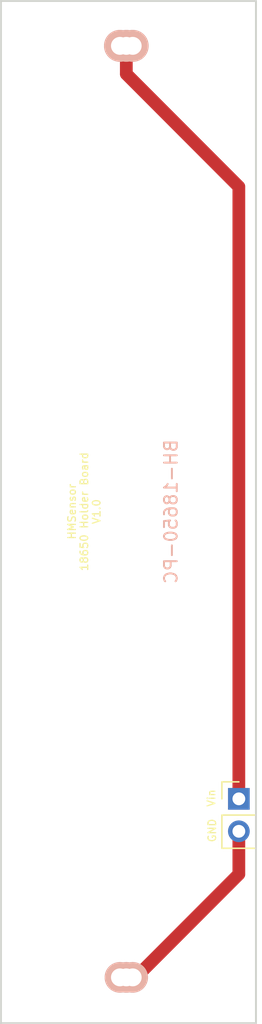
<source format=kicad_pcb>
(kicad_pcb (version 4) (host pcbnew 4.0.2-stable)

  (general
    (links 0)
    (no_connects 0)
    (area 169.924999 44.924999 190.075001 125.075001)
    (thickness 1.6)
    (drawings 13)
    (tracks 6)
    (zones 0)
    (modules 2)
    (nets 1)
  )

  (page A4)
  (layers
    (0 F.Cu signal)
    (31 B.Cu signal)
    (32 B.Adhes user)
    (33 F.Adhes user)
    (34 B.Paste user)
    (35 F.Paste user)
    (36 B.SilkS user)
    (37 F.SilkS user)
    (38 B.Mask user)
    (39 F.Mask user)
    (40 Dwgs.User user)
    (41 Cmts.User user)
    (42 Eco1.User user)
    (43 Eco2.User user)
    (44 Edge.Cuts user)
    (45 Margin user)
    (46 B.CrtYd user)
    (47 F.CrtYd user)
    (48 B.Fab user)
    (49 F.Fab user)
  )

  (setup
    (last_trace_width 0.25)
    (user_trace_width 1)
    (trace_clearance 0.2)
    (zone_clearance 0.508)
    (zone_45_only yes)
    (trace_min 0.2)
    (segment_width 0.2)
    (edge_width 0.15)
    (via_size 0.6)
    (via_drill 0.4)
    (via_min_size 0.4)
    (via_min_drill 0.3)
    (uvia_size 0.3)
    (uvia_drill 0.1)
    (uvias_allowed no)
    (uvia_min_size 0.2)
    (uvia_min_drill 0.1)
    (pcb_text_width 0.3)
    (pcb_text_size 1.5 1.5)
    (mod_edge_width 0.15)
    (mod_text_size 1 1)
    (mod_text_width 0.15)
    (pad_size 1.7 1.7)
    (pad_drill 1)
    (pad_to_mask_clearance 0.2)
    (aux_axis_origin 0 0)
    (visible_elements 7FFFFF7F)
    (pcbplotparams
      (layerselection 0x010f0_80000001)
      (usegerberextensions true)
      (excludeedgelayer true)
      (linewidth 0.100000)
      (plotframeref false)
      (viasonmask false)
      (mode 1)
      (useauxorigin false)
      (hpglpennumber 1)
      (hpglpenspeed 20)
      (hpglpendiameter 15)
      (hpglpenoverlay 2)
      (psnegative false)
      (psa4output false)
      (plotreference true)
      (plotvalue true)
      (plotinvisibletext false)
      (padsonsilk false)
      (subtractmaskfromsilk false)
      (outputformat 1)
      (mirror false)
      (drillshape 0)
      (scaleselection 1)
      (outputdirectory gerber/))
  )

  (net 0 "")

  (net_class Default "This is the default net class."
    (clearance 0.2)
    (trace_width 0.25)
    (via_dia 0.6)
    (via_drill 0.4)
    (uvia_dia 0.3)
    (uvia_drill 0.1)
  )

  (net_class Fett ""
    (clearance 0.2)
    (trace_width 1)
    (via_dia 0.6)
    (via_drill 0.4)
    (uvia_dia 0.3)
    (uvia_drill 0.1)
  )

  (module Modules:BH-18650-PC (layer B.Cu) (tedit 595F509E) (tstamp 59555BC1)
    (at 179.832 84.963)
    (fp_text reference REF** (at -3.5 0 270) (layer B.SilkS) hide
      (effects (font (size 1 1) (thickness 0.15)) (justify mirror))
    )
    (fp_text value BH-18650-PC (at 3.5 0 270) (layer B.SilkS)
      (effects (font (size 1 1) (thickness 0.15)) (justify mirror))
    )
    (pad 2 thru_hole oval (at 0.5 -36.45) (size 2.5 2.5) (drill oval 1.4) (layers *.Cu *.Mask B.SilkS))
    (pad 2 thru_hole oval (at -0.5 -36.45) (size 2.5 2.5) (drill oval 1.4) (layers *.Cu *.Mask B.SilkS))
    (pad 1 thru_hole oval (at -0.5 36.45) (size 2.4 2.4) (drill oval 1.4) (layers *.Cu *.Mask B.SilkS))
    (pad 1 thru_hole oval (at 0.5 36.45) (size 2.4 2.4) (drill oval 1.4) (layers *.Cu *.Mask B.SilkS))
    (pad 1 thru_hole oval (at 0 36.45) (size 2.4 2.4) (drill oval 1.4) (layers *.Cu *.Mask B.SilkS))
    (pad 2 thru_hole oval (at 0 -36.45) (size 2.5 2.5) (drill oval 1.4) (layers *.Cu *.Mask B.SilkS))
    (model ../../../../../../Users/holger/kicad/3D/batteryholder/18650-single.wrl
      (at (xyz 2.18 0 0.06))
      (scale (xyz 0.4 0.4 0.4))
      (rotate (xyz -90 0 0))
    )
  )

  (module Pin_Headers:Pin_Header_Straight_1x02_Pitch2.54mm (layer F.Cu) (tedit 59555F5D) (tstamp 59555E79)
    (at 188.6585 107.442)
    (descr "Through hole straight pin header, 1x02, 2.54mm pitch, single row")
    (tags "Through hole pin header THT 1x02 2.54mm single row")
    (fp_text reference REF** (at 0 -2.33) (layer F.SilkS) hide
      (effects (font (size 1 1) (thickness 0.15)))
    )
    (fp_text value Pin_Header_Straight_1x02_Pitch2.54mm (at 0 4.87) (layer F.Fab) hide
      (effects (font (size 1 1) (thickness 0.15)))
    )
    (fp_line (start -1.27 -1.27) (end -1.27 3.81) (layer F.Fab) (width 0.1))
    (fp_line (start -1.27 3.81) (end 1.27 3.81) (layer F.Fab) (width 0.1))
    (fp_line (start 1.27 3.81) (end 1.27 -1.27) (layer F.Fab) (width 0.1))
    (fp_line (start 1.27 -1.27) (end -1.27 -1.27) (layer F.Fab) (width 0.1))
    (fp_line (start -1.33 1.27) (end -1.33 3.87) (layer F.SilkS) (width 0.12))
    (fp_line (start -1.33 3.87) (end 1.33 3.87) (layer F.SilkS) (width 0.12))
    (fp_line (start 1.33 3.87) (end 1.33 1.27) (layer F.SilkS) (width 0.12))
    (fp_line (start 1.33 1.27) (end -1.33 1.27) (layer F.SilkS) (width 0.12))
    (fp_line (start -1.33 0) (end -1.33 -1.33) (layer F.SilkS) (width 0.12))
    (fp_line (start -1.33 -1.33) (end 0 -1.33) (layer F.SilkS) (width 0.12))
    (fp_line (start -1.8 -1.8) (end -1.8 4.35) (layer F.CrtYd) (width 0.05))
    (fp_line (start -1.8 4.35) (end 1.8 4.35) (layer F.CrtYd) (width 0.05))
    (fp_line (start 1.8 4.35) (end 1.8 -1.8) (layer F.CrtYd) (width 0.05))
    (fp_line (start 1.8 -1.8) (end -1.8 -1.8) (layer F.CrtYd) (width 0.05))
    (fp_text user %R (at 0 -2.33) (layer F.Fab) hide
      (effects (font (size 1 1) (thickness 0.15)))
    )
    (pad 1 thru_hole rect (at 0 0) (size 1.7 1.7) (drill 1) (layers *.Cu *.Mask))
    (pad 2 thru_hole oval (at 0 2.54) (size 1.7 1.7) (drill 1) (layers *.Cu *.Mask))
    (model ${KISYS3DMOD}/Pin_Headers.3dshapes/Pin_Header_Straight_1x02_Pitch2.54mm.wrl
      (at (xyz 0 -0.05 0))
      (scale (xyz 1 1 1))
      (rotate (xyz 0 0 90))
    )
  )

  (gr_line (start 170 45) (end 170 95) (angle 90) (layer Edge.Cuts) (width 0.15))
  (gr_line (start 190 45) (end 170 45) (angle 90) (layer Edge.Cuts) (width 0.15))
  (gr_line (start 190 55) (end 190 45) (angle 90) (layer Edge.Cuts) (width 0.15))
  (gr_line (start 190 65) (end 190 55) (angle 90) (layer Edge.Cuts) (width 0.15))
  (gr_line (start 190 75) (end 190 65) (angle 90) (layer Edge.Cuts) (width 0.15))
  (gr_line (start 190 85) (end 190 75) (angle 90) (layer Edge.Cuts) (width 0.15))
  (gr_line (start 190 95) (end 190 85) (angle 90) (layer Edge.Cuts) (width 0.15))
  (gr_line (start 170 95) (end 170 125) (angle 90) (layer Edge.Cuts) (width 0.15))
  (gr_line (start 190 95) (end 190 125) (angle 90) (layer Edge.Cuts) (width 0.15))
  (gr_text "HMSensor\n18650 Holder Board\nV1.0" (at 176.53 84.963 90) (layer F.SilkS)
    (effects (font (size 0.6 0.6) (thickness 0.1)))
  )
  (gr_text Vin (at 186.4995 107.3785 90) (layer F.SilkS)
    (effects (font (size 0.6 0.6) (thickness 0.1)))
  )
  (gr_text GND (at 186.563 109.9185 90) (layer F.SilkS)
    (effects (font (size 0.6 0.6) (thickness 0.1)))
  )
  (gr_line (start 190 125) (end 170 125) (angle 90) (layer Edge.Cuts) (width 0.15))

  (segment (start 188.6585 109.982) (end 188.6585 113.3365) (width 1) (layer F.Cu) (net 0))
  (segment (start 188.6585 113.3365) (end 180.582 121.413) (width 1) (layer F.Cu) (net 0))
  (segment (start 180.582 121.413) (end 179.832 121.413) (width 1) (layer F.Cu) (net 0))
  (segment (start 179.832 48.513) (end 179.832 50.713) (width 1) (layer F.Cu) (net 0))
  (segment (start 179.832 50.713) (end 188.6585 59.5395) (width 1) (layer F.Cu) (net 0))
  (segment (start 188.6585 59.5395) (end 188.6585 107.442) (width 1) (layer F.Cu) (net 0))

)

</source>
